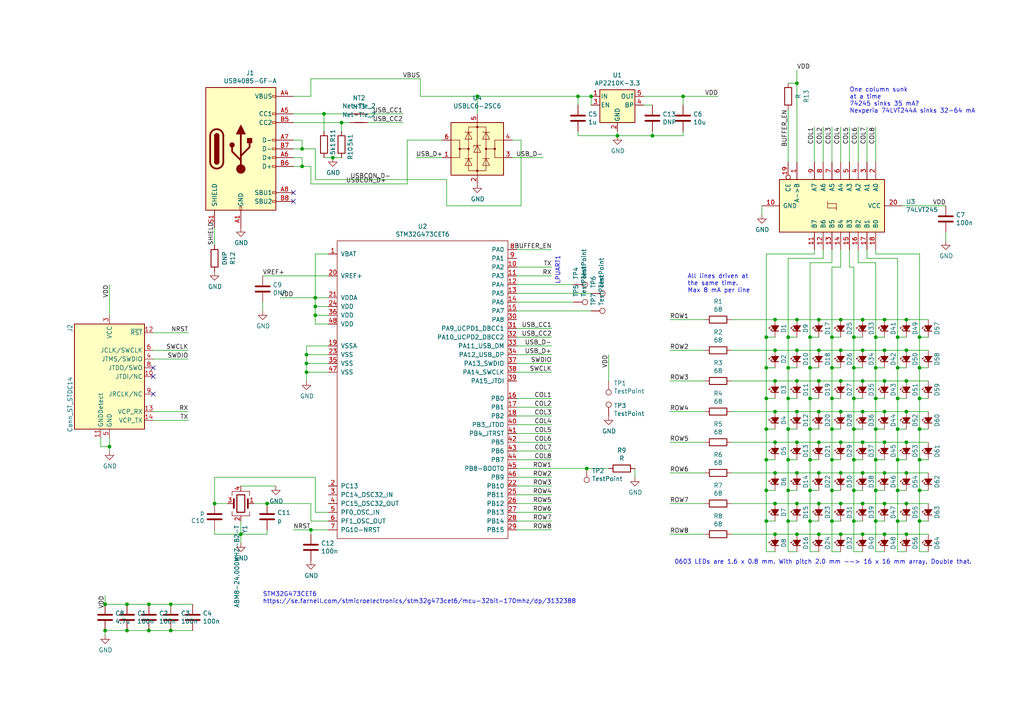
<source format=kicad_sch>
(kicad_sch (version 20230121) (generator eeschema)
  (paper "A4")
  (title_block (title "USB LED Matrix") (company "Jonas Norling"))
  (junction (at 250.19 128.27))
  (junction (at 224.79 137.16))
  (junction (at 87.63 48.26))
  (junction (at 231.14 119.38))
  (junction (at 231.14 154.94))
  (junction (at 262.89 137.16))
  (junction (at 254 151.13))
  (junction (at 36.83 175.26))
  (junction (at 224.79 146.05))
  (junction (at 171.45 27.94))
  (junction (at 247.65 133.35))
  (junction (at 260.35 124.46))
  (junction (at 237.49 146.05))
  (junction (at 228.6 133.35))
  (junction (at 241.3 97.79))
  (junction (at 231.14 101.6))
  (junction (at 243.84 101.6))
  (junction (at 224.79 92.71))
  (junction (at 231.14 24.13))
  (junction (at 237.49 92.71))
  (junction (at 260.35 142.24))
  (junction (at 237.49 137.16))
  (junction (at 256.54 137.16))
  (junction (at 262.89 146.05))
  (junction (at 222.25 133.35))
  (junction (at 138.43 27.94))
  (junction (at 266.7 133.35))
  (junction (at 266.7 124.46))
  (junction (at 254 142.24))
  (junction (at 262.89 101.6))
  (junction (at 262.89 119.38))
  (junction (at 231.14 92.71))
  (junction (at 243.84 137.16))
  (junction (at 250.19 137.16))
  (junction (at 241.3 133.35))
  (junction (at 234.95 124.46))
  (junction (at 262.89 110.49))
  (junction (at 224.79 110.49))
  (junction (at 189.23 39.37))
  (junction (at 49.53 175.26))
  (junction (at 266.7 97.79))
  (junction (at 254 97.79))
  (junction (at 234.95 97.79))
  (junction (at 224.79 119.38))
  (junction (at 170.18 135.89))
  (junction (at 250.19 101.6))
  (junction (at 228.6 115.57))
  (junction (at 231.14 128.27))
  (junction (at 243.84 92.71))
  (junction (at 30.48 175.26))
  (junction (at 241.3 142.24))
  (junction (at 243.84 128.27))
  (junction (at 256.54 119.38))
  (junction (at 243.84 146.05))
  (junction (at 62.23 146.05))
  (junction (at 250.19 154.94))
  (junction (at 231.14 110.49))
  (junction (at 250.19 119.38))
  (junction (at 260.35 97.79))
  (junction (at 247.65 151.13))
  (junction (at 224.79 154.94))
  (junction (at 88.9 105.41))
  (junction (at 222.25 115.57))
  (junction (at 250.19 110.49))
  (junction (at 254 115.57))
  (junction (at 260.35 151.13))
  (junction (at 234.95 115.57))
  (junction (at 247.65 106.68))
  (junction (at 228.6 97.79))
  (junction (at 222.25 151.13))
  (junction (at 179.07 39.37))
  (junction (at 237.49 154.94))
  (junction (at 43.18 182.88))
  (junction (at 228.6 142.24))
  (junction (at 234.95 133.35))
  (junction (at 88.9 102.87))
  (junction (at 167.64 27.94))
  (junction (at 260.35 133.35))
  (junction (at 247.65 97.79))
  (junction (at 247.65 115.57))
  (junction (at 231.14 146.05))
  (junction (at 241.3 124.46))
  (junction (at 91.44 86.36))
  (junction (at 256.54 110.49))
  (junction (at 31.75 129.54))
  (junction (at 237.49 119.38))
  (junction (at 254 124.46))
  (junction (at 237.49 128.27))
  (junction (at 43.18 175.26))
  (junction (at 228.6 106.68))
  (junction (at 241.3 115.57))
  (junction (at 96.52 45.72))
  (junction (at 237.49 101.6))
  (junction (at 231.14 137.16))
  (junction (at 260.35 106.68))
  (junction (at 91.44 91.44))
  (junction (at 266.7 142.24))
  (junction (at 262.89 128.27))
  (junction (at 266.7 106.68))
  (junction (at 237.49 110.49))
  (junction (at 93.98 33.02))
  (junction (at 243.84 110.49))
  (junction (at 69.85 154.94))
  (junction (at 250.19 92.71))
  (junction (at 87.63 43.18))
  (junction (at 266.7 151.13))
  (junction (at 247.65 142.24))
  (junction (at 234.95 142.24))
  (junction (at 222.25 124.46))
  (junction (at 36.83 182.88))
  (junction (at 256.54 92.71))
  (junction (at 256.54 128.27))
  (junction (at 224.79 101.6))
  (junction (at 256.54 146.05))
  (junction (at 99.06 35.56))
  (junction (at 266.7 115.57))
  (junction (at 241.3 106.68))
  (junction (at 88.9 107.95))
  (junction (at 234.95 151.13))
  (junction (at 262.89 154.94))
  (junction (at 260.35 115.57))
  (junction (at 30.48 182.88))
  (junction (at 222.25 97.79))
  (junction (at 243.84 154.94))
  (junction (at 228.6 151.13))
  (junction (at 228.6 124.46))
  (junction (at 224.79 128.27))
  (junction (at 250.19 146.05))
  (junction (at 262.89 92.71))
  (junction (at 77.47 146.05))
  (junction (at 247.65 124.46))
  (junction (at 254 133.35))
  (junction (at 222.25 106.68))
  (junction (at 241.3 151.13))
  (junction (at 198.12 27.94))
  (junction (at 256.54 101.6))
  (junction (at 234.95 106.68))
  (junction (at 222.25 142.24))
  (junction (at 243.84 119.38))
  (junction (at 91.44 88.9))
  (junction (at 49.53 182.88))
  (junction (at 90.17 153.67))
  (junction (at 254 106.68))
  (junction (at 256.54 154.94))
  (no_connect (at 85.09 55.88))
  (no_connect (at 85.09 58.42))
  (no_connect (at 44.45 109.22))
  (no_connect (at 44.45 106.68))
  (no_connect (at 44.45 114.3))
  (wire (pts (xy 269.24 101.6) (xy 262.89 101.6)))
  (wire (pts (xy 254 142.24) (xy 254 151.13)))
  (wire (pts (xy 149.86 120.65) (xy 160.02 120.65)))
  (wire (pts (xy 262.89 92.71) (xy 256.54 92.71)))
  (wire (pts (xy 149.86 140.97) (xy 160.02 140.97)))
  (wire (pts (xy 266.7 73.66) (xy 266.7 97.79)))
  (wire (pts (xy 231.14 146.05) (xy 237.49 146.05)))
  (wire (pts (xy 31.75 91.44) (xy 31.75 82.55)))
  (wire (pts (xy 266.7 142.24) (xy 269.24 142.24)))
  (wire (pts (xy 198.12 30.48) (xy 198.12 27.94)))
  (wire (pts (xy 85.09 40.64) (xy 87.63 40.64)))
  (wire (pts (xy 224.79 146.05) (xy 212.09 146.05)))
  (wire (pts (xy 247.65 124.46) (xy 250.19 124.46)))
  (wire (pts (xy 151.13 40.64) (xy 148.59 40.64)))
  (wire (pts (xy 256.54 101.6) (xy 250.19 101.6)))
  (wire (pts (xy 121.92 27.94) (xy 121.92 22.86)))
  (wire (pts (xy 87.63 43.18) (xy 87.63 40.64)))
  (wire (pts (xy 224.79 137.16) (xy 212.09 137.16)))
  (wire (pts (xy 95.25 91.44) (xy 91.44 91.44)))
  (wire (pts (xy 189.23 38.1) (xy 189.23 39.37)))
  (wire (pts (xy 85.09 43.18) (xy 87.63 43.18)))
  (wire (pts (xy 241.3 106.68) (xy 241.3 115.57)))
  (wire (pts (xy 95.25 88.9) (xy 91.44 88.9)))
  (wire (pts (xy 256.54 154.94) (xy 262.89 154.94)))
  (wire (pts (xy 62.23 146.05) (xy 66.04 146.05)))
  (wire (pts (xy 99.06 35.56) (xy 101.6 35.56)))
  (wire (pts (xy 85.09 45.72) (xy 87.63 45.72)))
  (wire (pts (xy 91.44 88.9) (xy 91.44 86.36)))
  (wire (pts (xy 234.95 97.79) (xy 237.49 97.79)))
  (wire (pts (xy 241.3 77.47) (xy 241.3 97.79)))
  (wire (pts (xy 260.35 160.02) (xy 262.89 160.02)))
  (wire (pts (xy 228.6 151.13) (xy 228.6 160.02)))
  (wire (pts (xy 77.47 154.94) (xy 77.47 153.67)))
  (wire (pts (xy 247.65 124.46) (xy 247.65 133.35)))
  (wire (pts (xy 250.19 92.71) (xy 256.54 92.71)))
  (wire (pts (xy 95.25 86.36) (xy 91.44 86.36)))
  (wire (pts (xy 260.35 151.13) (xy 260.35 160.02)))
  (wire (pts (xy 128.27 45.72) (xy 120.65 45.72)))
  (wire (pts (xy 148.59 45.72) (xy 157.48 45.72)))
  (wire (pts (xy 250.19 128.27) (xy 243.84 128.27)))
  (wire (pts (xy 204.47 154.94) (xy 194.31 154.94)))
  (wire (pts (xy 186.69 30.48) (xy 189.23 30.48)))
  (wire (pts (xy 129.54 52.07) (xy 129.54 59.69)))
  (wire (pts (xy 254 46.99) (xy 254 36.83)))
  (wire (pts (xy 73.66 146.05) (xy 77.47 146.05)))
  (wire (pts (xy 250.19 101.6) (xy 243.84 101.6)))
  (wire (pts (xy 266.7 160.02) (xy 269.24 160.02)))
  (wire (pts (xy 179.07 38.1) (xy 179.07 39.37)))
  (wire (pts (xy 167.64 27.94) (xy 138.43 27.94)))
  (wire (pts (xy 90.17 22.86) (xy 90.17 27.94)))
  (wire (pts (xy 234.95 124.46) (xy 234.95 133.35)))
  (wire (pts (xy 247.65 106.68) (xy 250.19 106.68)))
  (wire (pts (xy 269.24 128.27) (xy 262.89 128.27)))
  (wire (pts (xy 106.68 35.56) (xy 116.84 35.56)))
  (wire (pts (xy 224.79 119.38) (xy 212.09 119.38)))
  (wire (pts (xy 256.54 119.38) (xy 262.89 119.38)))
  (wire (pts (xy 231.14 128.27) (xy 237.49 128.27)))
  (wire (pts (xy 256.54 154.94) (xy 250.19 154.94)))
  (wire (pts (xy 91.44 138.43) (xy 62.23 138.43)))
  (wire (pts (xy 254 124.46) (xy 254 133.35)))
  (wire (pts (xy 85.09 153.67) (xy 90.17 153.67)))
  (wire (pts (xy 254 106.68) (xy 254 115.57)))
  (wire (pts (xy 228.6 74.93) (xy 238.76 74.93)))
  (wire (pts (xy 234.95 151.13) (xy 234.95 160.02)))
  (wire (pts (xy 241.3 124.46) (xy 243.84 124.46)))
  (wire (pts (xy 88.9 100.33) (xy 88.9 102.87)))
  (wire (pts (xy 247.65 160.02) (xy 250.19 160.02)))
  (wire (pts (xy 254 142.24) (xy 256.54 142.24)))
  (wire (pts (xy 243.84 77.47) (xy 243.84 72.39)))
  (wire (pts (xy 231.14 154.94) (xy 224.79 154.94)))
  (wire (pts (xy 250.19 146.05) (xy 243.84 146.05)))
  (wire (pts (xy 44.45 119.38) (xy 54.61 119.38)))
  (wire (pts (xy 231.14 137.16) (xy 237.49 137.16)))
  (wire (pts (xy 228.6 124.46) (xy 231.14 124.46)))
  (wire (pts (xy 260.35 151.13) (xy 262.89 151.13)))
  (wire (pts (xy 241.3 97.79) (xy 243.84 97.79)))
  (wire (pts (xy 149.86 115.57) (xy 160.02 115.57)))
  (wire (pts (xy 204.47 128.27) (xy 194.31 128.27)))
  (wire (pts (xy 149.86 100.33) (xy 160.02 100.33)))
  (wire (pts (xy 241.3 46.99) (xy 241.3 36.83)))
  (wire (pts (xy 266.7 133.35) (xy 269.24 133.35)))
  (wire (pts (xy 149.86 148.59) (xy 160.02 148.59)))
  (wire (pts (xy 149.86 72.39) (xy 160.02 72.39)))
  (wire (pts (xy 91.44 91.44) (xy 91.44 88.9)))
  (wire (pts (xy 228.6 74.93) (xy 228.6 97.79)))
  (wire (pts (xy 43.18 175.26) (xy 49.53 175.26)))
  (wire (pts (xy 241.3 124.46) (xy 241.3 133.35)))
  (wire (pts (xy 231.14 146.05) (xy 224.79 146.05)))
  (wire (pts (xy 91.44 86.36) (xy 91.44 73.66)))
  (wire (pts (xy 247.65 151.13) (xy 247.65 160.02)))
  (wire (pts (xy 220.98 59.69) (xy 220.98 62.23)))
  (wire (pts (xy 241.3 142.24) (xy 241.3 151.13)))
  (wire (pts (xy 90.17 151.13) (xy 90.17 146.05)))
  (wire (pts (xy 247.65 142.24) (xy 250.19 142.24)))
  (wire (pts (xy 44.45 104.14) (xy 54.61 104.14)))
  (wire (pts (xy 238.76 46.99) (xy 238.76 36.83)))
  (wire (pts (xy 29.21 127) (xy 29.21 129.54)))
  (wire (pts (xy 231.14 128.27) (xy 224.79 128.27)))
  (wire (pts (xy 256.54 137.16) (xy 250.19 137.16)))
  (wire (pts (xy 266.7 142.24) (xy 266.7 151.13)))
  (wire (pts (xy 222.25 124.46) (xy 224.79 124.46)))
  (wire (pts (xy 228.6 142.24) (xy 228.6 151.13)))
  (wire (pts (xy 236.22 46.99) (xy 236.22 36.83)))
  (wire (pts (xy 228.6 160.02) (xy 231.14 160.02)))
  (wire (pts (xy 224.79 110.49) (xy 212.09 110.49)))
  (wire (pts (xy 231.14 20.32) (xy 231.14 24.13)))
  (wire (pts (xy 234.95 133.35) (xy 234.95 142.24)))
  (wire (pts (xy 90.17 146.05) (xy 77.47 146.05)))
  (wire (pts (xy 91.44 148.59) (xy 95.25 148.59)))
  (wire (pts (xy 250.19 154.94) (xy 243.84 154.94)))
  (wire (pts (xy 204.47 146.05) (xy 194.31 146.05)))
  (wire (pts (xy 254 133.35) (xy 256.54 133.35)))
  (wire (pts (xy 149.86 90.17) (xy 171.45 90.17)))
  (wire (pts (xy 149.86 105.41) (xy 160.02 105.41)))
  (wire (pts (xy 44.45 101.6) (xy 54.61 101.6)))
  (wire (pts (xy 247.65 142.24) (xy 247.65 151.13)))
  (wire (pts (xy 243.84 154.94) (xy 237.49 154.94)))
  (wire (pts (xy 234.95 151.13) (xy 237.49 151.13)))
  (wire (pts (xy 69.85 154.94) (xy 77.47 154.94)))
  (wire (pts (xy 228.6 97.79) (xy 228.6 106.68)))
  (wire (pts (xy 241.3 151.13) (xy 243.84 151.13)))
  (wire (pts (xy 234.95 142.24) (xy 234.95 151.13)))
  (wire (pts (xy 149.86 95.25) (xy 160.02 95.25)))
  (wire (pts (xy 231.14 92.71) (xy 237.49 92.71)))
  (wire (pts (xy 91.44 86.36) (xy 81.28 86.36)))
  (wire (pts (xy 266.7 133.35) (xy 266.7 142.24)))
  (wire (pts (xy 29.21 129.54) (xy 31.75 129.54)))
  (wire (pts (xy 247.65 133.35) (xy 247.65 142.24)))
  (wire (pts (xy 260.35 142.24) (xy 260.35 151.13)))
  (wire (pts (xy 266.7 97.79) (xy 269.24 97.79)))
  (wire (pts (xy 90.17 53.34) (xy 118.11 53.34)))
  (wire (pts (xy 234.95 115.57) (xy 234.95 124.46)))
  (wire (pts (xy 250.19 92.71) (xy 243.84 92.71)))
  (wire (pts (xy 87.63 45.72) (xy 87.63 48.26)))
  (wire (pts (xy 234.95 115.57) (xy 237.49 115.57)))
  (wire (pts (xy 256.54 110.49) (xy 262.89 110.49)))
  (wire (pts (xy 149.86 146.05) (xy 160.02 146.05)))
  (wire (pts (xy 95.25 102.87) (xy 88.9 102.87)))
  (wire (pts (xy 95.25 100.33) (xy 88.9 100.33)))
  (wire (pts (xy 228.6 133.35) (xy 228.6 142.24)))
  (wire (pts (xy 256.54 101.6) (xy 262.89 101.6)))
  (wire (pts (xy 186.69 27.94) (xy 198.12 27.94)))
  (wire (pts (xy 121.92 22.86) (xy 90.17 22.86)))
  (wire (pts (xy 251.46 74.93) (xy 251.46 72.39)))
  (wire (pts (xy 247.65 115.57) (xy 247.65 124.46)))
  (wire (pts (xy 269.24 119.38) (xy 262.89 119.38)))
  (wire (pts (xy 241.3 133.35) (xy 243.84 133.35)))
  (wire (pts (xy 87.63 48.26) (xy 90.17 48.26)))
  (wire (pts (xy 254 124.46) (xy 256.54 124.46)))
  (wire (pts (xy 231.14 110.49) (xy 237.49 110.49)))
  (wire (pts (xy 243.84 110.49) (xy 237.49 110.49)))
  (wire (pts (xy 231.14 154.94) (xy 237.49 154.94)))
  (wire (pts (xy 85.09 35.56) (xy 99.06 35.56)))
  (wire (pts (xy 149.86 87.63) (xy 166.37 87.63)))
  (wire (pts (xy 266.7 115.57) (xy 266.7 124.46)))
  (wire (pts (xy 260.35 124.46) (xy 262.89 124.46)))
  (wire (pts (xy 118.11 53.34) (xy 118.11 40.64)))
  (wire (pts (xy 167.64 27.94) (xy 171.45 27.94)))
  (wire (pts (xy 95.25 105.41) (xy 88.9 105.41)))
  (wire (pts (xy 254 76.2) (xy 248.92 76.2)))
  (wire (pts (xy 260.35 133.35) (xy 262.89 133.35)))
  (wire (pts (xy 260.35 115.57) (xy 260.35 124.46)))
  (wire (pts (xy 149.86 85.09) (xy 171.45 85.09)))
  (wire (pts (xy 234.95 97.79) (xy 234.95 106.68)))
  (wire (pts (xy 76.2 87.63) (xy 76.2 90.17)))
  (wire (pts (xy 266.7 124.46) (xy 266.7 133.35)))
  (wire (pts (xy 266.7 97.79) (xy 266.7 106.68)))
  (wire (pts (xy 129.54 59.69) (xy 151.13 59.69)))
  (wire (pts (xy 260.35 124.46) (xy 260.35 133.35)))
  (wire (pts (xy 91.44 73.66) (xy 95.25 73.66)))
  (wire (pts (xy 149.86 82.55) (xy 166.37 82.55)))
  (wire (pts (xy 149.86 118.11) (xy 160.02 118.11)))
  (wire (pts (xy 241.3 97.79) (xy 241.3 106.68)))
  (wire (pts (xy 149.86 153.67) (xy 160.02 153.67)))
  (wire (pts (xy 250.19 110.49) (xy 243.84 110.49)))
  (wire (pts (xy 31.75 129.54) (xy 31.75 130.81)))
  (wire (pts (xy 149.86 123.19) (xy 160.02 123.19)))
  (wire (pts (xy 36.83 182.88) (xy 30.48 182.88)))
  (wire (pts (xy 36.83 175.26) (xy 43.18 175.26)))
  (wire (pts (xy 62.23 153.67) (xy 62.23 154.94)))
  (wire (pts (xy 228.6 151.13) (xy 231.14 151.13)))
  (wire (pts (xy 224.79 92.71) (xy 212.09 92.71)))
  (wire (pts (xy 224.79 128.27) (xy 212.09 128.27)))
  (wire (pts (xy 95.25 151.13) (xy 90.17 151.13)))
  (wire (pts (xy 228.6 24.13) (xy 231.14 24.13)))
  (wire (pts (xy 254 160.02) (xy 256.54 160.02)))
  (wire (pts (xy 243.84 119.38) (xy 237.49 119.38)))
  (wire (pts (xy 87.63 43.18) (xy 91.44 43.18)))
  (wire (pts (xy 99.06 38.1) (xy 99.06 35.56)))
  (wire (pts (xy 247.65 97.79) (xy 247.65 106.68)))
  (wire (pts (xy 247.65 77.47) (xy 246.38 77.47)))
  (wire (pts (xy 93.98 33.02) (xy 101.6 33.02)))
  (wire (pts (xy 69.85 154.94) (xy 69.85 151.13)))
  (wire (pts (xy 243.84 92.71) (xy 237.49 92.71)))
  (wire (pts (xy 256.54 137.16) (xy 262.89 137.16)))
  (wire (pts (xy 228.6 142.24) (xy 231.14 142.24)))
  (wire (pts (xy 256.54 128.27) (xy 250.19 128.27)))
  (wire (pts (xy 222.25 106.68) (xy 224.79 106.68)))
  (wire (pts (xy 179.07 39.37) (xy 189.23 39.37)))
  (wire (pts (xy 222.25 97.79) (xy 222.25 106.68)))
  (wire (pts (xy 222.25 115.57) (xy 222.25 124.46)))
  (wire (pts (xy 254 133.35) (xy 254 142.24)))
  (wire (pts (xy 222.25 151.13) (xy 224.79 151.13)))
  (wire (pts (xy 228.6 115.57) (xy 228.6 124.46)))
  (wire (pts (xy 85.09 33.02) (xy 93.98 33.02)))
  (wire (pts (xy 88.9 102.87) (xy 88.9 105.41)))
  (wire (pts (xy 222.25 106.68) (xy 222.25 115.57)))
  (wire (pts (xy 31.75 127) (xy 31.75 129.54)))
  (wire (pts (xy 176.53 110.49) (xy 176.53 102.87)))
  (wire (pts (xy 274.32 67.31) (xy 274.32 69.85)))
  (wire (pts (xy 198.12 38.1) (xy 198.12 39.37)))
  (wire (pts (xy 247.65 133.35) (xy 250.19 133.35)))
  (wire (pts (xy 49.53 175.26) (xy 55.88 175.26)))
  (wire (pts (xy 248.92 46.99) (xy 248.92 36.83)))
  (wire (pts (xy 261.62 59.69) (xy 274.32 59.69)))
  (wire (pts (xy 254 76.2) (xy 254 97.79)))
  (wire (pts (xy 250.19 137.16) (xy 243.84 137.16)))
  (wire (pts (xy 194.31 137.16) (xy 204.47 137.16)))
  (wire (pts (xy 93.98 45.72) (xy 96.52 45.72)))
  (wire (pts (xy 266.7 124.46) (xy 269.24 124.46)))
  (wire (pts (xy 241.3 77.47) (xy 243.84 77.47)))
  (wire (pts (xy 224.79 154.94) (xy 212.09 154.94)))
  (wire (pts (xy 55.88 182.88) (xy 49.53 182.88)))
  (wire (pts (xy 254 151.13) (xy 256.54 151.13)))
  (wire (pts (xy 224.79 92.71) (xy 231.14 92.71)))
  (wire (pts (xy 254 73.66) (xy 254 72.39)))
  (wire (pts (xy 231.14 119.38) (xy 224.79 119.38)))
  (wire (pts (xy 167.64 39.37) (xy 179.07 39.37)))
  (wire (pts (xy 254 115.57) (xy 254 124.46)))
  (wire (pts (xy 228.6 133.35) (xy 231.14 133.35)))
  (wire (pts (xy 231.14 119.38) (xy 237.49 119.38)))
  (wire (pts (xy 222.25 73.66) (xy 236.22 73.66)))
  (wire (pts (xy 238.76 74.93) (xy 238.76 72.39)))
  (wire (pts (xy 266.7 106.68) (xy 266.7 115.57)))
  (wire (pts (xy 260.35 74.93) (xy 260.35 97.79)))
  (wire (pts (xy 228.6 124.46) (xy 228.6 133.35)))
  (wire (pts (xy 43.18 182.88) (xy 49.53 182.88)))
  (wire (pts (xy 241.3 76.2) (xy 241.3 72.39)))
  (wire (pts (xy 138.43 27.94) (xy 138.43 33.02)))
  (wire (pts (xy 243.84 128.27) (xy 237.49 128.27)))
  (wire (pts (xy 260.35 106.68) (xy 262.89 106.68)))
  (wire (pts (xy 149.86 77.47) (xy 160.02 77.47)))
  (wire (pts (xy 254 115.57) (xy 256.54 115.57)))
  (wire (pts (xy 149.86 133.35) (xy 160.02 133.35)))
  (wire (pts (xy 234.95 106.68) (xy 234.95 115.57)))
  (wire (pts (xy 256.54 128.27) (xy 262.89 128.27)))
  (wire (pts (xy 231.14 24.13) (xy 231.14 46.99)))
  (wire (pts (xy 96.52 45.72) (xy 99.06 45.72)))
  (wire (pts (xy 247.65 77.47) (xy 247.65 97.79)))
  (wire (pts (xy 149.86 97.79) (xy 160.02 97.79)))
  (wire (pts (xy 247.65 106.68) (xy 247.65 115.57)))
  (wire (pts (xy 91.44 43.18) (xy 91.44 52.07)))
  (wire (pts (xy 224.79 101.6) (xy 212.09 101.6)))
  (wire (pts (xy 243.84 101.6) (xy 237.49 101.6)))
  (wire (pts (xy 234.95 76.2) (xy 241.3 76.2)))
  (wire (pts (xy 228.6 115.57) (xy 231.14 115.57)))
  (wire (pts (xy 247.65 115.57) (xy 250.19 115.57)))
  (wire (pts (xy 222.25 142.24) (xy 224.79 142.24)))
  (wire (pts (xy 269.24 110.49) (xy 262.89 110.49)))
  (wire (pts (xy 241.3 142.24) (xy 243.84 142.24)))
  (wire (pts (xy 222.25 160.02) (xy 224.79 160.02)))
  (wire (pts (xy 248.92 76.2) (xy 248.92 72.39)))
  (wire (pts (xy 95.25 107.95) (xy 88.9 107.95)))
  (wire (pts (xy 241.3 115.57) (xy 241.3 124.46)))
  (wire (pts (xy 222.25 151.13) (xy 222.25 160.02)))
  (wire (pts (xy 149.86 130.81) (xy 160.02 130.81)))
  (wire (pts (xy 269.24 137.16) (xy 262.89 137.16)))
  (wire (pts (xy 231.14 101.6) (xy 224.79 101.6)))
  (wire (pts (xy 250.19 119.38) (xy 243.84 119.38)))
  (wire (pts (xy 256.54 119.38) (xy 250.19 119.38)))
  (wire (pts (xy 234.95 106.68) (xy 237.49 106.68)))
  (wire (pts (xy 90.17 153.67) (xy 95.25 153.67)))
  (wire (pts (xy 204.47 110.49) (xy 194.31 110.49)))
  (wire (pts (xy 228.6 31.75) (xy 228.6 46.99)))
  (wire (pts (xy 167.64 38.1) (xy 167.64 39.37)))
  (wire (pts (xy 256.54 110.49) (xy 250.19 110.49)))
  (wire (pts (xy 241.3 151.13) (xy 241.3 160.02)))
  (wire (pts (xy 189.23 39.37) (xy 198.12 39.37)))
  (wire (pts (xy 260.35 97.79) (xy 262.89 97.79)))
  (wire (pts (xy 241.3 133.35) (xy 241.3 142.24)))
  (wire (pts (xy 269.24 146.05) (xy 262.89 146.05)))
  (wire (pts (xy 204.47 119.38) (xy 194.31 119.38)))
  (wire (pts (xy 222.25 115.57) (xy 224.79 115.57)))
  (wire (pts (xy 95.25 93.98) (xy 91.44 93.98)))
  (wire (pts (xy 260.35 142.24) (xy 262.89 142.24)))
  (wire (pts (xy 256.54 146.05) (xy 262.89 146.05)))
  (wire (pts (xy 266.7 115.57) (xy 269.24 115.57)))
  (wire (pts (xy 234.95 142.24) (xy 237.49 142.24)))
  (wire (pts (xy 222.25 73.66) (xy 222.25 97.79)))
  (wire (pts (xy 241.3 160.02) (xy 243.84 160.02)))
  (wire (pts (xy 149.86 107.95) (xy 160.02 107.95)))
  (wire (pts (xy 222.25 133.35) (xy 224.79 133.35)))
  (wire (pts (xy 228.6 106.68) (xy 228.6 115.57)))
  (wire (pts (xy 149.86 138.43) (xy 160.02 138.43)))
  (wire (pts (xy 254 97.79) (xy 254 106.68)))
  (wire (pts (xy 44.45 121.92) (xy 54.61 121.92)))
  (wire (pts (xy 243.84 46.99) (xy 243.84 36.83)))
  (wire (pts (xy 241.3 106.68) (xy 243.84 106.68)))
  (wire (pts (xy 30.48 182.88) (xy 30.48 184.15)))
  (wire (pts (xy 243.84 137.16) (xy 237.49 137.16)))
  (wire (pts (xy 149.86 102.87) (xy 160.02 102.87)))
  (wire (pts (xy 149.86 125.73) (xy 160.02 125.73)))
  (wire (pts (xy 260.35 133.35) (xy 260.35 142.24)))
  (wire (pts (xy 260.35 74.93) (xy 251.46 74.93)))
  (wire (pts (xy 241.3 115.57) (xy 243.84 115.57)))
  (wire (pts (xy 222.25 142.24) (xy 222.25 151.13)))
  (wire (pts (xy 269.24 92.71) (xy 262.89 92.71)))
  (wire (pts (xy 266.7 151.13) (xy 266.7 160.02)))
  (wire (pts (xy 91.44 148.59) (xy 91.44 138.43)))
  (wire (pts (xy 90.17 48.26) (xy 90.17 53.34)))
  (wire (pts (xy 231.14 101.6) (xy 237.49 101.6)))
  (wire (pts (xy 228.6 97.79) (xy 231.14 97.79)))
  (wire (pts (xy 204.47 92.71) (xy 194.31 92.71)))
  (wire (pts (xy 251.46 46.99) (xy 251.46 36.83)))
  (wire (pts (xy 88.9 105.41) (xy 88.9 107.95)))
  (wire (pts (xy 222.25 133.35) (xy 222.25 142.24)))
  (wire (pts (xy 184.15 135.89) (xy 184.15 138.43)))
  (wire (pts (xy 80.01 140.97) (xy 69.85 140.97)))
  (wire (pts (xy 167.64 30.48) (xy 167.64 27.94)))
  (wire (pts (xy 254 106.68) (xy 256.54 106.68)))
  (wire (pts (xy 149.86 151.13) (xy 160.02 151.13)))
  (wire (pts (xy 254 151.13) (xy 254 160.02)))
  (wire (pts (xy 228.6 106.68) (xy 231.14 106.68)))
  (wire (pts (xy 247.65 97.79) (xy 250.19 97.79)))
  (wire (pts (xy 234.95 76.2) (xy 234.95 97.79)))
  (wire (pts (xy 234.95 160.02) (xy 237.49 160.02)))
  (wire (pts (xy 222.25 97.79) (xy 224.79 97.79)))
  (wire (pts (xy 231.14 110.49) (xy 224.79 110.49)))
  (wire (pts (xy 151.13 59.69) (xy 151.13 40.64)))
  (wire (pts (xy 88.9 107.95) (xy 88.9 110.49)))
  (wire (pts (xy 246.38 46.99) (xy 246.38 36.83)))
  (wire (pts (xy 62.23 138.43) (xy 62.23 146.05)))
  (wire (pts (xy 149.86 128.27) (xy 160.02 128.27)))
  (wire (pts (xy 260.35 106.68) (xy 260.35 115.57)))
  (wire (pts (xy 266.7 106.68) (xy 269.24 106.68)))
  (wire (pts (xy 91.44 52.07) (xy 129.54 52.07)))
  (wire (pts (xy 269.24 154.94) (xy 262.89 154.94)))
  (wire (pts (xy 256.54 146.05) (xy 250.19 146.05)))
  (wire (pts (xy 149.86 135.89) (xy 170.18 135.89)))
  (wire (pts (xy 91.44 93.98) (xy 91.44 91.44)))
  (wire (pts (xy 69.85 157.48) (xy 69.85 154.94)))
  (wire (pts (xy 54.61 96.52) (xy 44.45 96.52)))
  (wire (pts (xy 170.18 135.89) (xy 176.53 135.89)))
  (wire (pts (xy 266.7 151.13) (xy 269.24 151.13)))
  (wire (pts (xy 62.23 154.94) (xy 69.85 154.94)))
  (wire (pts (xy 260.35 115.57) (xy 262.89 115.57)))
  (wire (pts (xy 236.22 73.66) (xy 236.22 72.39)))
  (wire (pts (xy 118.11 40.64) (xy 128.27 40.64)))
  (wire (pts (xy 234.95 133.35) (xy 237.49 133.35)))
  (wire (pts (xy 93.98 38.1) (xy 93.98 33.02)))
  (wire (pts (xy 198.12 27.94) (xy 208.28 27.94)))
  (wire (pts (xy 62.23 66.04) (xy 62.23 71.12)))
  (wire (pts (xy 246.38 77.47) (xy 246.38 72.39)))
  (wire (pts (xy 171.45 30.48) (xy 171.45 27.94)))
  (wire (pts (xy 254 97.79) (xy 256.54 97.79)))
  (wire (pts (xy 231.14 137.16) (xy 224.79 137.16)))
  (wire (pts (xy 87.63 48.26) (xy 85.09 48.26)))
  (wire (pts (xy 222.25 124.46) (xy 222.25 133.35)))
  (wire (pts (xy 90.17 154.94) (xy 90.17 153.67)))
  (wire (pts (xy 204.47 101.6) (xy 194.31 101.6)))
  (wire (pts (xy 30.48 175.26) (xy 30.48 172.72)))
  (wire (pts (xy 106.68 33.02) (xy 116.84 33.02)))
  (wire (pts (xy 260.35 97.79) (xy 260.35 106.68)))
  (wire (pts (xy 149.86 80.01) (xy 160.02 80.01)))
  (wire (pts (xy 234.95 124.46) (xy 237.49 124.46)))
  (wire (pts (xy 76.2 80.01) (xy 95.25 80.01)))
  (wire (pts (xy 121.92 27.94) (xy 138.43 27.94)))
  (wire (pts (xy 243.84 146.05) (xy 237.49 146.05)))
  (wire (pts (xy 90.17 27.94) (xy 85.09 27.94)))
  (wire (pts (xy 43.18 182.88) (xy 36.83 182.88)))
  (wire (pts (xy 266.7 73.66) (xy 254 73.66)))
  (wire (pts (xy 247.65 151.13) (xy 250.19 151.13)))
  (wire (pts (xy 149.86 143.51) (xy 160.02 143.51)))
  (wire (pts (xy 30.48 175.26) (xy 36.83 175.26)))
  (text "LPUART1" (at 162.56 82.55 90) (effects (font (size 1.27 1.27)) (justify left bottom)))
  (text "All lines driven at\nthe same time.\nMax 8 mA per line" (at 199.39 85.09 0) (effects (font (size 1.27 1.27)) (justify left bottom)))
  (text "One column sunk\nat a time\n74245 sinks 35 mA?\nNexperia 74LVT244A sinks 32-64 mA" (at 246.38 33.02 0) (effects (font (size 1.27 1.27)) (justify left bottom)))
  (text "0603 LEDs are 1.6 x 0.8 mm. With pitch 2.0 mm --> 16 x 16 mm array. Double that." (at 195.58 163.83 0) (effects (font (size 1.27 1.27)) (justify left bottom)))
  (text "STM32G473CET6\nhttps://se.farnell.com/stmicroelectronics/stm32g473cet6/mcu-32bit-170mhz/dp/3132388" (at 76.2 175.26 0) (effects (font (size 1.27 1.27)) (justify left bottom)))
  (label "ROW7" (at 160.02 151.13 180))
  (label "RX" (at 54.61 119.38 180))
  (label "ROW1" (at 160.02 135.89 180))
  (label "COL4" (at 243.84 36.83 270))
  (label "VDD" (at 231.14 20.32 0))
  (label "USB_D-" (at 157.48 45.72 180))
  (label "ROW4" (at 160.02 143.51 180))
  (label "ROW5" (at 194.31 128.27 0))
  (label "ROW6" (at 194.31 137.16 0))
  (label "COL2" (at 160.02 118.11 180))
  (label "COL7" (at 251.46 36.83 270))
  (label "COL1" (at 160.02 115.57 180))
  (label "ROW4" (at 194.31 119.38 0))
  (label "VDD" (at 30.48 172.72 270))
  (label "NRST" (at 85.09 153.67 0))
  (label "BUFFER_EN" (at 228.6 31.75 270))
  (label "VDD" (at 31.75 82.55 270))
  (label "COL6" (at 248.92 36.83 270))
  (label "COL8" (at 254 36.83 270))
  (label "COL4" (at 160.02 123.19 180))
  (label "COL5" (at 160.02 125.73 180))
  (label "ROW2" (at 160.02 138.43 180))
  (label "USB_CC2" (at 116.84 35.56 180))
  (label "VDD" (at 270.51 59.69 0))
  (label "COL8" (at 160.02 133.35 180))
  (label "ROW3" (at 160.02 140.97 180))
  (label "VDD" (at 176.53 102.87 270))
  (label "TX" (at 54.61 121.92 180))
  (label "SWDIO" (at 54.61 104.14 180))
  (label "SWDIO" (at 160.02 105.41 180))
  (label "COL3" (at 160.02 120.65 180))
  (label "USB_D-" (at 160.02 100.33 180))
  (label "SWCLK" (at 54.61 101.6 180))
  (label "COL2" (at 238.76 36.83 270))
  (label "VREF+" (at 76.2 80.01 0))
  (label "VDD" (at 208.28 27.94 180))
  (label "COL3" (at 241.3 36.83 270))
  (label "ROW8" (at 194.31 154.94 0))
  (label "USB_D+" (at 120.65 45.72 0))
  (label "COL7" (at 160.02 130.81 180))
  (label "NRST" (at 54.61 96.52 180))
  (label "ROW3" (at 194.31 110.49 0))
  (label "USB_CC1" (at 160.02 95.25 180))
  (label "USBCON_D-" (at 101.6 52.07 0))
  (label "USB_D+" (at 160.02 102.87 180))
  (label "RX" (at 160.02 80.01 180))
  (label "COL5" (at 246.38 36.83 270))
  (label "TX" (at 160.02 77.47 180))
  (label "USB_CC2" (at 160.02 97.79 180))
  (label "ROW8" (at 160.02 153.67 180))
  (label "ROW2" (at 194.31 101.6 0))
  (label "VDD" (at 81.28 86.36 0))
  (label "VBUS" (at 121.92 22.86 180))
  (label "SHIELD" (at 62.23 71.12 90))
  (label "COL6" (at 160.02 128.27 180))
  (label "SWCLK" (at 160.02 107.95 180))
  (label "USBCON_D+" (at 100.33 53.34 0))
  (label "ROW7" (at 194.31 146.05 0))
  (label "ROW5" (at 160.02 146.05 180))
  (label "ROW6" (at 160.02 148.59 180))
  (label "COL1" (at 236.22 36.83 270))
  (label "ROW1" (at 194.31 92.71 0))
  (label "USB_CC1" (at 116.84 33.02 180))
  (label "BUFFER_EN" (at 160.02 72.39 180))
  (symbol (lib_id "usb-led-matrix-rescue:LED_Small_ALT-Device") (at 224.79 95.25 90) (unit 1)
    (property "Reference" "D1" (at 227.33 95.25 0))
    (property "Value" "LED_Small_ALT" (effects hide))
    (property "Footprint" "LED_SMD:LED_0603_1608Metric" (effects hide))
  )
  (symbol (lib_id "usb-led-matrix-rescue:LED_Small_ALT-Device") (at 231.14 95.25 90) (unit 1)
    (property "Reference" "D9" (at 233.68 95.25 0))
    (property "Value" "LED_Small_ALT" (effects hide))
    (property "Footprint" "LED_SMD:LED_0603_1608Metric" (effects hide))
  )
  (symbol (lib_id "usb-led-matrix-rescue:LED_Small_ALT-Device") (at 237.49 95.25 90) (unit 1)
    (property "Reference" "D17" (at 240.03 95.25 0))
    (property "Value" "LED_Small_ALT" (effects hide))
    (property "Footprint" "LED_SMD:LED_0603_1608Metric" (effects hide))
  )
  (symbol (lib_id "usb-led-matrix-rescue:LED_Small_ALT-Device") (at 243.84 95.25 90) (unit 1)
    (property "Reference" "D25" (at 246.38 95.25 0))
    (property "Value" "LED_Small_ALT" (effects hide))
    (property "Footprint" "LED_SMD:LED_0603_1608Metric" (effects hide))
  )
  (symbol (lib_id "usb-led-matrix-rescue:LED_Small_ALT-Device") (at 250.19 95.25 90) (unit 1)
    (property "Reference" "D33" (at 252.73 95.25 0))
    (property "Value" "LED_Small_ALT" (effects hide))
    (property "Footprint" "LED_SMD:LED_0603_1608Metric" (effects hide))
  )
  (symbol (lib_id "usb-led-matrix-rescue:LED_Small_ALT-Device") (at 256.54 95.25 90) (unit 1)
    (property "Reference" "D41" (at 259.08 95.25 0))
    (property "Value" "LED_Small_ALT" (effects hide))
    (property "Footprint" "LED_SMD:LED_0603_1608Metric" (effects hide))
  )
  (symbol (lib_id "usb-led-matrix-rescue:LED_Small_ALT-Device") (at 262.89 95.25 90) (unit 1)
    (property "Reference" "D49" (at 265.43 95.25 0))
    (property "Value" "LED_Small_ALT" (effects hide))
    (property "Footprint" "LED_SMD:LED_0603_1608Metric" (effects hide))
  )
  (symbol (lib_id "usb-led-matrix-rescue:LED_Small_ALT-Device") (at 269.24 95.25 90) (unit 1)
    (property "Reference" "D57" (at 271.78 95.25 0))
    (property "Value" "LED_Small_ALT" (effects hide))
    (property "Footprint" "LED_SMD:LED_0603_1608Metric" (effects hide))
  )
  (symbol (lib_id "usb-led-matrix-rescue:LED_Small_ALT-Device") (at 224.79 104.14 90) (unit 1)
    (property "Reference" "D2" (at 227.33 104.14 0))
    (property "Value" "LED_Small_ALT" (effects hide))
    (property "Footprint" "LED_SMD:LED_0603_1608Metric" (effects hide))
  )
  (symbol (lib_id "usb-led-matrix-rescue:LED_Small_ALT-Device") (at 231.14 104.14 90) (unit 1)
    (property "Reference" "D10" (at 233.68 104.14 0))
    (property "Value" "LED_Small_ALT" (effects hide))
    (property "Footprint" "LED_SMD:LED_0603_1608Metric" (effects hide))
  )
  (symbol (lib_id "usb-led-matrix-rescue:LED_Small_ALT-Device") (at 237.49 104.14 90) (unit 1)
    (property "Reference" "D18" (at 240.03 104.14 0))
    (property "Value" "LED_Small_ALT" (effects hide))
    (property "Footprint" "LED_SMD:LED_0603_1608Metric" (effects hide))
  )
  (symbol (lib_id "usb-led-matrix-rescue:LED_Small_ALT-Device") (at 243.84 104.14 90) (unit 1)
    (property "Reference" "D26" (at 246.38 104.14 0))
    (property "Value" "LED_Small_ALT" (effects hide))
    (property "Footprint" "LED_SMD:LED_0603_1608Metric" (effects hide))
  )
  (symbol (lib_id "usb-led-matrix-rescue:LED_Small_ALT-Device") (at 250.19 104.14 90) (unit 1)
    (property "Reference" "D34" (at 252.73 104.14 0))
    (property "Value" "LED_Small_ALT" (effects hide))
    (property "Footprint" "LED_SMD:LED_0603_1608Metric" (effects hide))
  )
  (symbol (lib_id "usb-led-matrix-rescue:LED_Small_ALT-Device") (at 256.54 104.14 90) (unit 1)
    (property "Reference" "D42" (at 259.08 104.14 0))
    (property "Value" "LED_Small_ALT" (effects hide))
    (property "Footprint" "LED_SMD:LED_0603_1608Metric" (effects hide))
  )
  (symbol (lib_id "usb-led-matrix-rescue:LED_Small_ALT-Device") (at 262.89 104.14 90) (unit 1)
    (property "Reference" "D50" (at 265.43 104.14 0))
    (property "Value" "LED_Small_ALT" (effects hide))
    (property "Footprint" "LED_SMD:LED_0603_1608Metric" (effects hide))
  )
  (symbol (lib_id "usb-led-matrix-rescue:LED_Small_ALT-Device") (at 269.24 104.14 90) (unit 1)
    (property "Reference" "D58" (at 271.78 104.14 0))
    (property "Value" "LED_Small_ALT" (effects hide))
    (property "Footprint" "LED_SMD:LED_0603_1608Metric" (effects hide))
  )
  (symbol (lib_id "usb-led-matrix-rescue:LED_Small_ALT-Device") (at 224.79 113.03 90) (unit 1)
    (property "Reference" "D3" (at 227.33 113.03 0))
    (property "Value" "LED_Small_ALT" (effects hide))
    (property "Footprint" "LED_SMD:LED_0603_1608Metric" (effects hide))
  )
  (symbol (lib_id "usb-led-matrix-rescue:LED_Small_ALT-Device") (at 231.14 113.03 90) (unit 1)
    (property "Reference" "D11" (at 233.68 113.03 0))
    (property "Value" "LED_Small_ALT" (effects hide))
    (property "Footprint" "LED_SMD:LED_0603_1608Metric" (effects hide))
  )
  (symbol (lib_id "usb-led-matrix-rescue:LED_Small_ALT-Device") (at 237.49 113.03 90) (unit 1)
    (property "Reference" "D19" (at 240.03 113.03 0))
    (property "Value" "LED_Small_ALT" (effects hide))
    (property "Footprint" "LED_SMD:LED_0603_1608Metric" (effects hide))
  )
  (symbol (lib_id "usb-led-matrix-rescue:LED_Small_ALT-Device") (at 243.84 113.03 90) (unit 1)
    (property "Reference" "D27" (at 246.38 113.03 0))
    (property "Value" "LED_Small_ALT" (effects hide))
    (property "Footprint" "LED_SMD:LED_0603_1608Metric" (effects hide))
  )
  (symbol (lib_id "usb-led-matrix-rescue:LED_Small_ALT-Device") (at 250.19 113.03 90) (unit 1)
    (property "Reference" "D35" (at 252.73 113.03 0))
    (property "Value" "LED_Small_ALT" (effects hide))
    (property "Footprint" "LED_SMD:LED_0603_1608Metric" (effects hide))
  )
  (symbol (lib_id "usb-led-matrix-rescue:LED_Small_ALT-Device") (at 256.54 113.03 90) (unit 1)
    (property "Reference" "D43" (at 259.08 113.03 0))
    (property "Value" "LED_Small_ALT" (effects hide))
    (property "Footprint" "LED_SMD:LED_0603_1608Metric" (effects hide))
  )
  (symbol (lib_id "usb-led-matrix-rescue:LED_Small_ALT-Device") (at 262.89 113.03 90) (unit 1)
    (property "Reference" "D51" (at 265.43 113.03 0))
    (property "Value" "LED_Small_ALT" (effects hide))
    (property "Footprint" "LED_SMD:LED_0603_1608Metric" (effects hide))
  )
  (symbol (lib_id "usb-led-matrix-rescue:LED_Small_ALT-Device") (at 269.24 113.03 90) (unit 1)
    (property "Reference" "D59" (at 271.78 113.03 0))
    (property "Value" "LED_Small_ALT" (effects hide))
    (property "Footprint" "LED_SMD:LED_0603_1608Metric" (effects hide))
  )
  (symbol (lib_id "usb-led-matrix-rescue:LED_Small_ALT-Device") (at 224.79 121.92 90) (unit 1)
    (property "Reference" "D4" (at 227.33 121.92 0))
    (property "Value" "LED_Small_ALT" (effects hide))
    (property "Footprint" "LED_SMD:LED_0603_1608Metric" (effects hide))
  )
  (symbol (lib_id "usb-led-matrix-rescue:LED_Small_ALT-Device") (at 231.14 121.92 90) (unit 1)
    (property "Reference" "D12" (at 233.68 121.92 0))
    (property "Value" "LED_Small_ALT" (effects hide))
    (property "Footprint" "LED_SMD:LED_0603_1608Metric" (effects hide))
  )
  (symbol (lib_id "usb-led-matrix-rescue:LED_Small_ALT-Device") (at 237.49 121.92 90) (unit 1)
    (property "Reference" "D20" (at 240.03 121.92 0))
    (property "Value" "LED_Small_ALT" (effects hide))
    (property "Footprint" "LED_SMD:LED_0603_1608Metric" (effects hide))
  )
  (symbol (lib_id "usb-led-matrix-rescue:LED_Small_ALT-Device") (at 243.84 121.92 90) (unit 1)
    (property "Reference" "D28" (at 246.38 121.92 0))
    (property "Value" "LED_Small_ALT" (effects hide))
    (property "Footprint" "LED_SMD:LED_0603_1608Metric" (effects hide))
  )
  (symbol (lib_id "usb-led-matrix-rescue:LED_Small_ALT-Device") (at 250.19 121.92 90) (unit 1)
    (property "Reference" "D36" (at 252.73 121.92 0))
    (property "Value" "LED_Small_ALT" (effects hide))
    (property "Footprint" "LED_SMD:LED_0603_1608Metric" (effects hide))
  )
  (symbol (lib_id "usb-led-matrix-rescue:LED_Small_ALT-Device") (at 256.54 121.92 90) (unit 1)
    (property "Reference" "D44" (at 259.08 121.92 0))
    (property "Value" "LED_Small_ALT" (effects hide))
    (property "Footprint" "LED_SMD:LED_0603_1608Metric" (effects hide))
  )
  (symbol (lib_id "usb-led-matrix-rescue:LED_Small_ALT-Device") (at 262.89 121.92 90) (unit 1)
    (property "Reference" "D52" (at 265.43 121.92 0))
    (property "Value" "LED_Small_ALT" (effects hide))
    (property "Footprint" "LED_SMD:LED_0603_1608Metric" (effects hide))
  )
  (symbol (lib_id "usb-led-matrix-rescue:LED_Small_ALT-Device") (at 269.24 121.92 90) (unit 1)
    (property "Reference" "D60" (at 271.78 121.92 0))
    (property "Value" "LED_Small_ALT" (effects hide))
    (property "Footprint" "LED_SMD:LED_0603_1608Metric" (effects hide))
  )
  (symbol (lib_id "usb-led-matrix-rescue:LED_Small_ALT-Device") (at 224.79 130.81 90) (unit 1)
    (property "Reference" "D5" (at 227.33 130.81 0))
    (property "Value" "LED_Small_ALT" (effects hide))
    (property "Footprint" "LED_SMD:LED_0603_1608Metric" (effects hide))
  )
  (symbol (lib_id "usb-led-matrix-rescue:LED_Small_ALT-Device") (at 231.14 130.81 90) (unit 1)
    (property "Reference" "D13" (at 233.68 130.81 0))
    (property "Value" "LED_Small_ALT" (effects hide))
    (property "Footprint" "LED_SMD:LED_0603_1608Metric" (effects hide))
  )
  (symbol (lib_id "usb-led-matrix-rescue:LED_Small_ALT-Device") (at 237.49 130.81 90) (unit 1)
    (property "Reference" "D21" (at 240.03 130.81 0))
    (property "Value" "LED_Small_ALT" (effects hide))
    (property "Footprint" "LED_SMD:LED_0603_1608Metric" (effects hide))
  )
  (symbol (lib_id "usb-led-matrix-rescue:LED_Small_ALT-Device") (at 243.84 130.81 90) (unit 1)
    (property "Reference" "D29" (at 246.38 130.81 0))
    (property "Value" "LED_Small_ALT" (effects hide))
    (property "Footprint" "LED_SMD:LED_0603_1608Metric" (effects hide))
  )
  (symbol (lib_id "usb-led-matrix-rescue:LED_Small_ALT-Device") (at 250.19 130.81 90) (unit 1)
    (property "Reference" "D37" (at 252.73 130.81 0))
    (property "Value" "LED_Small_ALT" (effects hide))
    (property "Footprint" "LED_SMD:LED_0603_1608Metric" (effects hide))
  )
  (symbol (lib_id "usb-led-matrix-rescue:LED_Small_ALT-Device") (at 256.54 130.81 90) (unit 1)
    (property "Reference" "D45" (at 259.08 130.81 0))
    (property "Value" "LED_Small_ALT" (effects hide))
    (property "Footprint" "LED_SMD:LED_0603_1608Metric" (effects hide))
  )
  (symbol (lib_id "usb-led-matrix-rescue:LED_Small_ALT-Device") (at 262.89 130.81 90) (unit 1)
    (property "Reference" "D53" (at 265.43 130.81 0))
    (property "Value" "LED_Small_ALT" (effects hide))
    (property "Footprint" "LED_SMD:LED_0603_1608Metric" (effects hide))
  )
  (symbol (lib_id "usb-led-matrix-rescue:LED_Small_ALT-Device") (at 269.24 130.81 90) (unit 1)
    (property "Reference" "D61" (at 271.78 130.81 0))
    (property "Value" "LED_Small_ALT" (effects hide))
    (property "Footprint" "LED_SMD:LED_0603_1608Metric" (effects hide))
  )
  (symbol (lib_id "usb-led-matrix-rescue:LED_Small_ALT-Device") (at 224.79 139.7 90) (unit 1)
    (property "Reference" "D6" (at 227.33 139.7 0))
    (property "Value" "LED_Small_ALT" (effects hide))
    (property "Footprint" "LED_SMD:LED_0603_1608Metric" (effects hide))
  )
  (symbol (lib_id "usb-led-matrix-rescue:LED_Small_ALT-Device") (at 231.14 139.7 90) (unit 1)
    (property "Reference" "D14" (at 233.68 139.7 0))
    (property "Value" "LED_Small_ALT" (effects hide))
    (property "Footprint" "LED_SMD:LED_0603_1608Metric" (effects hide))
  )
  (symbol (lib_id "usb-led-matrix-rescue:LED_Small_ALT-Device") (at 237.49 139.7 90) (unit 1)
    (property "Reference" "D22" (at 240.03 139.7 0))
    (property "Value" "LED_Small_ALT" (effects hide))
    (property "Footprint" "LED_SMD:LED_0603_1608Metric" (effects hide))
  )
  (symbol (lib_id "usb-led-matrix-rescue:LED_Small_ALT-Device") (at 243.84 139.7 90) (unit 1)
    (property "Reference" "D30" (at 246.38 139.7 0))
    (property "Value" "LED_Small_ALT" (effects hide))
    (property "Footprint" "LED_SMD:LED_0603_1608Metric" (effects hide))
  )
  (symbol (lib_id "usb-led-matrix-rescue:LED_Small_ALT-Device") (at 250.19 139.7 90) (unit 1)
    (property "Reference" "D38" (at 252.73 139.7 0))
    (property "Value" "LED_Small_ALT" (effects hide))
    (property "Footprint" "LED_SMD:LED_0603_1608Metric" (effects hide))
  )
  (symbol (lib_id "usb-led-matrix-rescue:LED_Small_ALT-Device") (at 256.54 139.7 90) (unit 1)
    (property "Reference" "D46" (at 259.08 139.7 0))
    (property "Value" "LED_Small_ALT" (effects hide))
    (property "Footprint" "LED_SMD:LED_0603_1608Metric" (effects hide))
  )
  (symbol (lib_id "usb-led-matrix-rescue:LED_Small_ALT-Device") (at 262.89 139.7 90) (unit 1)
    (property "Reference" "D54" (at 265.43 139.7 0))
    (property "Value" "LED_Small_ALT" (effects hide))
    (property "Footprint" "LED_SMD:LED_0603_1608Metric" (effects hide))
  )
  (symbol (lib_id "usb-led-matrix-rescue:LED_Small_ALT-Device") (at 269.24 139.7 90) (unit 1)
    (property "Reference" "D62" (at 271.78 139.7 0))
    (property "Value" "LED_Small_ALT" (effects hide))
    (property "Footprint" "LED_SMD:LED_0603_1608Metric" (effects hide))
  )
  (symbol (lib_id "usb-led-matrix-rescue:LED_Small_ALT-Device") (at 224.79 148.59 90) (unit 1)
    (property "Reference" "D7" (at 227.33 148.59 0))
    (property "Value" "LED_Small_ALT" (effects hide))
    (property "Footprint" "LED_SMD:LED_0603_1608Metric" (effects hide))
  )
  (symbol (lib_id "usb-led-matrix-rescue:LED_Small_ALT-Device") (at 231.14 148.59 90) (unit 1)
    (property "Reference" "D15" (at 233.68 148.59 0))
    (property "Value" "LED_Small_ALT" (effects hide))
    (property "Footprint" "LED_SMD:LED_0603_1608Metric" (effects hide))
  )
  (symbol (lib_id "usb-led-matrix-rescue:LED_Small_ALT-Device") (at 237.49 148.59 90) (unit 1)
    (property "Reference" "D23" (at 240.03 148.59 0))
    (property "Value" "LED_Small_ALT" (effects hide))
    (property "Footprint" "LED_SMD:LED_0603_1608Metric" (effects hide))
  )
  (symbol (lib_id "usb-led-matrix-rescue:LED_Small_ALT-Device") (at 243.84 148.59 90) (unit 1)
    (property "Reference" "D31" (at 246.38 148.59 0))
    (property "Value" "LED_Small_ALT" (effects hide))
    (property "Footprint" "LED_SMD:LED_0603_1608Metric" (effects hide))
  )
  (symbol (lib_id "usb-led-matrix-rescue:LED_Small_ALT-Device") (at 250.19 148.59 90) (unit 1)
    (property "Reference" "D39" (at 252.73 148.59 0))
    (property "Value" "LED_Small_ALT" (effects hide))
    (property "Footprint" "LED_SMD:LED_0603_1608Metric" (effects hide))
  )
  (symbol (lib_id "usb-led-matrix-rescue:LED_Small_ALT-Device") (at 256.54 148.59 90) (unit 1)
    (property "Reference" "D47" (at 259.08 148.59 0))
    (property "Value" "LED_Small_ALT" (effects hide))
    (property "Footprint" "LED_SMD:LED_0603_1608Metric" (effects hide))
  )
  (symbol (lib_id "usb-led-matrix-rescue:LED_Small_ALT-Device") (at 262.89 148.59 90) (unit 1)
    (property "Reference" "D55" (at 265.43 148.59 0))
    (property "Value" "LED_Small_ALT" (effects hide))
    (property "Footprint" "LED_SMD:LED_0603_1608Metric" (effects hide))
  )
  (symbol (lib_id "usb-led-matrix-rescue:LED_Small_ALT-Device") (at 269.24 148.59 90) (unit 1)
    (property "Reference" "D63" (at 271.78 148.59 0))
    (property "Value" "LED_Small_ALT" (effects hide))
    (property "Footprint" "LED_SMD:LED_0603_1608Metric" (effects hide))
  )
  (symbol (lib_id "usb-led-matrix-rescue:LED_Small_ALT-Device") (at 224.79 157.48 90) (unit 1)
    (property "Reference" "D8" (at 227.33 157.48 0))
    (property "Value" "LED_Small_ALT" (effects hide))
    (property "Footprint" "LED_SMD:LED_0603_1608Metric" (effects hide))
  )
  (symbol (lib_id "usb-led-matrix-rescue:LED_Small_ALT-Device") (at 231.14 157.48 90) (unit 1)
    (property "Reference" "D16" (at 233.68 157.48 0))
    (property "Value" "LED_Small_ALT" (effects hide))
    (property "Footprint" "LED_SMD:LED_0603_1608Metric" (effects hide))
  )
  (symbol (lib_id "usb-led-matrix-rescue:LED_Small_ALT-Device") (at 237.49 157.48 90) (unit 1)
    (property "Reference" "D24" (at 240.03 157.48 0))
    (property "Value" "LED_Small_ALT" (effects hide))
    (property "Footprint" "LED_SMD:LED_0603_1608Metric" (effects hide))
  )
  (symbol (lib_id "usb-led-matrix-rescue:LED_Small_ALT-Device") (at 243.84 157.48 90) (unit 1)
    (property "Reference" "D32" (at 246.38 157.48 0))
    (property "Value" "LED_Small_ALT" (effects hide))
    (property "Footprint" "LED_SMD:LED_0603_1608Metric" (effects hide))
  )
  (symbol (lib_id "usb-led-matrix-rescue:LED_Small_ALT-Device") (at 250.19 157.48 90) (unit 1)
    (property "Reference" "D40" (at 252.73 157.48 0))
    (property "Value" "LED_Small_ALT" (effects hide))
    (property "Footprint" "LED_SMD:LED_0603_1608Metric" (effects hide))
  )
  (symbol (lib_id "usb-led-matrix-rescue:LED_Small_ALT-Device") (at 256.54 157.48 90) (unit 1)
    (property "Reference" "D48" (at 259.08 157.48 0))
    (property "Value" "LED_Small_ALT" (effects hide))
    (property "Footprint" "LED_SMD:LED_0603_1608Metric" (effects hide))
  )
  (symbol (lib_id "usb-led-matrix-rescue:LED_Small_ALT-Device") (at 262.89 157.48 90) (unit 1)
    (property "Reference" "D56" (at 265.43 157.48 0))
    (property "Value" "LED_Small_ALT" (effects hide))
    (property "Footprint" "LED_SMD:LED_0603_1608Metric" (effects hide))
  )
  (symbol (lib_id "usb-led-matrix-rescue:LED_Small_ALT-Device") (at 269.24 157.48 90) (unit 1)
    (property "Reference" "D64" (at 271.78 157.48 0))
    (property "Value" "LED_Small_ALT" (effects hide))
    (property "Footprint" "LED_SMD:LED_0603_1608Metric" (effects hide))
  )
  (symbol (lib_id "Connector:USB_C_Receptacle_USB2.0") (at 69.85 43.18 0) (unit 1)
    (property "Reference" "J1" (at 72.5678 21.1582 0))
    (property "Value" "USB4085-GF-A" (at 72.5678 23.4696 0))
    (property "Footprint" "Connector_USB:USB_C_Receptacle_GCT_USB4085" (effects hide))
    (property "Datasheet" "https://www.usb.org/sites/default/files/documents/usb_type-c.zip" (effects hide))
  )
  (symbol (lib_id "Device:C") (at 90.17 158.75 0) (unit 1)
    (property "Reference" "C12" (at 93.091 157.5816 0) (effects (justify left)))
    (property "Value" "100n" (at 93.091 159.893 0) (effects (justify left)))
    (property "Footprint" "Capacitor_SMD:C_0402_1005Metric_Pad0.74x0.62mm_HandSolder" (effects hide))
  )
  (symbol (lib_id "power:GND") (at 90.17 162.56 0) (unit 1)
    (property "Reference" "#PWR0115" (effects hide))
    (property "Value" "GND" (at 90.297 166.9542 0))
  )
  (symbol (lib_id "Connector:TestPoint") (at 166.37 82.55 270) (unit 1)
    (property "Reference" "TP4" (at 167.0304 81.0768 0) (effects (justify right)))
    (property "Value" "TestPoint" (at 169.3418 81.0768 0) (effects (justify right)))
    (property "Footprint" "TestPoint:TestPoint_Pad_1.0x1.0mm" (effects hide))
  )
  (symbol (lib_id "Connector:TestPoint") (at 171.45 85.09 270) (unit 1)
    (property "Reference" "TP6" (at 172.1104 83.6168 0) (effects (justify right)))
    (property "Value" "TestPoint" (at 174.4218 83.6168 0) (effects (justify right)))
    (property "Footprint" "TestPoint:TestPoint_Pad_1.0x1.0mm" (effects hide))
  )
  (symbol (lib_id "Connector:TestPoint") (at 166.37 87.63 270) (unit 1)
    (property "Reference" "TP5" (at 167.0304 86.1568 0) (effects (justify right)))
    (property "Value" "TestPoint" (at 169.3418 86.1568 0) (effects (justify right)))
    (property "Footprint" "TestPoint:TestPoint_Pad_1.0x1.0mm" (effects hide))
  )
  (symbol (lib_id "Connector:TestPoint") (at 171.45 90.17 270) (unit 1)
    (property "Reference" "TP7" (at 172.1104 88.6968 0) (effects (justify right)))
    (property "Value" "TestPoint" (at 174.4218 88.6968 0) (effects (justify right)))
    (property "Footprint" "TestPoint:TestPoint_Pad_1.0x1.0mm" (effects hide))
  )
  (symbol (lib_id "Device:C") (at 77.47 149.86 0) (unit 1)
    (property "Reference" "C11" (at 80.391 148.6916 0) (effects (justify left)))
    (property "Value" "p" (at 80.391 151.003 0) (effects (justify left)))
    (property "Footprint" "Capacitor_SMD:C_0402_1005Metric_Pad0.74x0.62mm_HandSolder" (effects hide))
  )
  (symbol (lib_id "Device:C") (at 62.23 149.86 180) (unit 1)
    (property "Reference" "C10" (at 59.309 151.0284 0) (effects (justify left)))
    (property "Value" "p" (at 59.309 148.717 0) (effects (justify left)))
    (property "Footprint" "Capacitor_SMD:C_0402_1005Metric_Pad0.74x0.62mm_HandSolder" (effects hide))
  )
  (symbol (lib_id "power:GND") (at 88.9 110.49 0) (unit 1)
    (property "Reference" "#PWR0101" (effects hide))
    (property "Value" "GND" (at 89.027 114.8842 0))
  )
  (symbol (lib_id "power:GND") (at 31.75 130.81 0) (unit 1)
    (property "Reference" "#PWR0102" (effects hide))
    (property "Value" "GND" (at 31.877 135.2042 0))
  )
  (symbol (lib_id "Device:R") (at 208.28 92.71 270) (unit 1)
    (property "Reference" "R1" (at 208.28 87.4522 90))
    (property "Value" "68" (at 208.28 89.7636 90))
    (property "Footprint" "Resistor_SMD:R_0402_1005Metric_Pad0.72x0.64mm_HandSolder" (effects hide))
  )
  (symbol (lib_id "Device:R") (at 208.28 101.6 270) (unit 1)
    (property "Reference" "R2" (at 208.28 96.3422 90))
    (property "Value" "68" (at 208.28 98.6536 90))
    (property "Footprint" "Resistor_SMD:R_0402_1005Metric_Pad0.72x0.64mm_HandSolder" (effects hide))
  )
  (symbol (lib_id "Device:R") (at 208.28 110.49 270) (unit 1)
    (property "Reference" "R3" (at 208.28 105.2322 90))
    (property "Value" "68" (at 208.28 107.5436 90))
    (property "Footprint" "Resistor_SMD:R_0402_1005Metric_Pad0.72x0.64mm_HandSolder" (effects hide))
  )
  (symbol (lib_id "Device:R") (at 208.28 119.38 270) (unit 1)
    (property "Reference" "R4" (at 208.28 114.1222 90))
    (property "Value" "68" (at 208.28 116.4336 90))
    (property "Footprint" "Resistor_SMD:R_0402_1005Metric_Pad0.72x0.64mm_HandSolder" (effects hide))
  )
  (symbol (lib_id "Device:R") (at 208.28 128.27 270) (unit 1)
    (property "Reference" "R5" (at 208.28 123.0122 90))
    (property "Value" "68" (at 208.28 125.3236 90))
    (property "Footprint" "Resistor_SMD:R_0402_1005Metric_Pad0.72x0.64mm_HandSolder" (effects hide))
  )
  (symbol (lib_id "Device:R") (at 208.28 137.16 270) (unit 1)
    (property "Reference" "R6" (at 208.28 131.9022 90))
    (property "Value" "68" (at 208.28 134.2136 90))
    (property "Footprint" "Resistor_SMD:R_0402_1005Metric_Pad0.72x0.64mm_HandSolder" (effects hide))
  )
  (symbol (lib_id "Device:R") (at 208.28 146.05 270) (unit 1)
    (property "Reference" "R7" (at 208.28 140.7922 90))
    (property "Value" "68" (at 208.28 143.1036 90))
    (property "Footprint" "Resistor_SMD:R_0402_1005Metric_Pad0.72x0.64mm_HandSolder" (effects hide))
  )
  (symbol (lib_id "Device:R") (at 208.28 154.94 270) (unit 1)
    (property "Reference" "R8" (at 208.28 149.6822 90))
    (property "Value" "68" (at 208.28 151.9936 90))
    (property "Footprint" "Resistor_SMD:R_0402_1005Metric_Pad0.72x0.64mm_HandSolder" (effects hide))
  )
  (symbol (lib_id "Device:R") (at 99.06 41.91 0) (unit 1)
    (property "Reference" "R10" (at 101.6 44.45 90))
    (property "Value" "5k1" (at 101.6 40.64 90))
    (property "Footprint" "Resistor_SMD:R_0402_1005Metric_Pad0.72x0.64mm_HandSolder" (effects hide))
  )
  (symbol (lib_id "74xx:74LS245") (at 241.3 59.69 270) (unit 1)
    (property "Reference" "U3" (at 262.7376 58.5216 90) (effects (justify left)))
    (property "Value" "74LVT245" (at 262.7376 60.833 90) (effects (justify left)))
    (property "Footprint" "Package_SO:TSSOP-20_4.4x6.5mm_P0.65mm" (effects hide))
    (property "Datasheet" "http://www.ti.com/lit/gpn/sn74LS245" (effects hide))
  )
  (symbol (lib_id "Device:R") (at 93.98 41.91 180) (unit 1)
    (property "Reference" "R11" (at 96.52 39.37 90))
    (property "Value" "5k1" (at 96.52 43.18 90))
    (property "Footprint" "Resistor_SMD:R_0402_1005Metric_Pad0.72x0.64mm_HandSolder" (effects hide))
  )
  (symbol (lib_id "stm32g:stm32g473") (at 123.19 113.03 0) (unit 1)
    (property "Reference" "U2" (at 122.555 65.659 0))
    (property "Value" "STM32G473CET6" (at 122.555 67.9704 0))
    (property "Footprint" "Package_QFP:LQFP-48_7x7mm_P0.5mm" (effects hide))
  )
  (symbol (lib_id "power:GND") (at 69.85 157.48 0) (unit 1)
    (property "Reference" "#PWR0116" (effects hide))
    (property "Value" "GND" (at 69.977 161.8742 0))
  )
  (symbol (lib_id "power:GND") (at 96.52 45.72 0) (unit 1)
    (property "Reference" "#PWR0113" (effects hide))
    (property "Value" "GND" (at 96.647 50.1142 0))
  )
  (symbol (lib_id "power:GND") (at 179.07 39.37 0) (unit 1)
    (property "Reference" "#PWR0103" (effects hide))
    (property "Value" "GND" (at 179.197 43.7642 0))
  )
  (symbol (lib_id "Device:C") (at 167.64 34.29 0) (unit 1)
    (property "Reference" "C5" (at 170.561 33.1216 0) (effects (justify left)))
    (property "Value" "1u" (at 170.561 35.433 0) (effects (justify left)))
    (property "Footprint" "Capacitor_SMD:C_0603_1608Metric_Pad1.08x0.95mm_HandSolder" (effects hide))
  )
  (symbol (lib_id "Device:C") (at 198.12 34.29 0) (unit 1)
    (property "Reference" "C6" (at 201.041 33.1216 0) (effects (justify left)))
    (property "Value" "10u" (at 201.041 35.433 0) (effects (justify left)))
    (property "Footprint" "Capacitor_SMD:C_0603_1608Metric_Pad1.08x0.95mm_HandSolder" (effects hide))
  )
  (symbol (lib_id "Device:C") (at 55.88 179.07 0) (unit 1)
    (property "Reference" "C4" (at 58.801 177.9016 0) (effects (justify left)))
    (property "Value" "100n" (at 58.801 180.213 0) (effects (justify left)))
    (property "Footprint" "Capacitor_SMD:C_0402_1005Metric_Pad0.74x0.62mm_HandSolder" (effects hide))
  )
  (symbol (lib_id "Device:C") (at 49.53 179.07 0) (unit 1)
    (property "Reference" "C3" (at 52.451 177.9016 0) (effects (justify left)))
    (property "Value" "100n" (at 52.451 180.213 0) (effects (justify left)))
    (property "Footprint" "Capacitor_SMD:C_0402_1005Metric_Pad0.74x0.62mm_HandSolder" (effects hide))
  )
  (symbol (lib_id "Device:C") (at 43.18 179.07 0) (unit 1)
    (property "Reference" "C2" (at 46.101 177.9016 0) (effects (justify left)))
    (property "Value" "100n" (at 46.101 180.213 0) (effects (justify left)))
    (property "Footprint" "Capacitor_SMD:C_0402_1005Metric_Pad0.74x0.62mm_HandSolder" (effects hide))
  )
  (symbol (lib_id "Device:C") (at 36.83 179.07 0) (unit 1)
    (property "Reference" "C1" (at 39.751 177.9016 0) (effects (justify left)))
    (property "Value" "100n" (at 39.751 180.213 0) (effects (justify left)))
    (property "Footprint" "Capacitor_SMD:C_0402_1005Metric_Pad0.74x0.62mm_HandSolder" (effects hide))
  )
  (symbol (lib_id "Device:C") (at 274.32 63.5 0) (unit 1)
    (property "Reference" "C7" (at 277.241 62.3316 0) (effects (justify left)))
    (property "Value" "100n" (at 277.241 64.643 0) (effects (justify left)))
    (property "Footprint" "Capacitor_SMD:C_0402_1005Metric_Pad0.74x0.62mm_HandSolder" (effects hide))
  )
  (symbol (lib_id "power:GND") (at 138.43 53.34 0) (unit 1)
    (property "Reference" "#PWR0114" (effects hide))
    (property "Value" "GND" (at 138.557 57.7342 0))
  )
  (symbol (lib_id "Device:R") (at 62.23 74.93 180) (unit 1)
    (property "Reference" "R12" (at 67.4878 74.93 90))
    (property "Value" "DNP" (at 65.1764 74.93 90))
    (property "Footprint" "Resistor_SMD:R_0402_1005Metric_Pad0.72x0.64mm_HandSolder" (effects hide))
  )
  (symbol (lib_id "power:GND") (at 62.23 78.74 0) (unit 1)
    (property "Reference" "#PWR0117" (effects hide))
    (property "Value" "GND" (at 62.357 83.1342 0))
  )
  (symbol (lib_id "power:GND") (at 76.2 90.17 0) (unit 1)
    (property "Reference" "#PWR0104" (effects hide))
    (property "Value" "GND" (at 76.327 94.5642 0))
  )
  (symbol (lib_id "power:GND") (at 274.32 69.85 0) (unit 1)
    (property "Reference" "#PWR0105" (effects hide))
    (property "Value" "GND" (at 274.447 74.2442 0))
  )
  (symbol (lib_id "power:GND") (at 220.98 62.23 0) (unit 1)
    (property "Reference" "#PWR0106" (effects hide))
    (property "Value" "GND" (at 221.107 66.6242 0))
  )
  (symbol (lib_id "Device:R") (at 180.34 135.89 270) (unit 1)
    (property "Reference" "R9" (at 180.34 130.6322 90))
    (property "Value" "R" (at 180.34 132.9436 90))
    (property "Footprint" "Resistor_SMD:R_0402_1005Metric_Pad0.72x0.64mm_HandSolder" (effects hide))
  )
  (symbol (lib_id "power:GND") (at 69.85 66.04 0) (unit 1)
    (property "Reference" "#PWR0108" (effects hide))
    (property "Value" "GND" (at 69.977 70.4342 0))
  )
  (symbol (lib_id "usb-led-matrix-rescue:Net-Tie_2-Device") (at 104.14 35.56 0) (unit 1)
    (property "Reference" "NT3" (at 104.14 30.9626 0))
    (property "Value" "Net-Tie_2" (at 104.14 33.274 0))
    (property "Footprint" "Resistor_SMD:R_0201_0603Metric" (effects hide))
  )
  (symbol (lib_id "Connector:Conn_ST_STDC14") (at 31.75 109.22 0) (unit 1)
    (property "Reference" "J2" (at 20.32 93.98 90) (effects (justify right)))
    (property "Value" "Conn_ST_STDC14" (at 20.32 109.22 90) (effects (justify right)))
    (property "Footprint" "Connector_PinHeader_1.27mm:PinHeader_2x07_P1.27mm_Vertical_SMD" (effects hide))
    (property "Datasheet" "https://www.st.com/content/ccc/resource/technical/document/user_manual/group1/99/49/91/b6/b2/3a/46/e5/DM00526767/files/DM00526767.pdf/jcr:content/translations/en.DM00526767.pdf" (effects hide))
  )
  (symbol (lib_id "usb-led-matrix-rescue:Net-Tie_2-Device") (at 104.14 33.02 0) (unit 1)
    (property "Reference" "NT2" (at 104.14 28.4226 0))
    (property "Value" "Net-Tie_2" (at 104.14 30.734 0))
    (property "Footprint" "Resistor_SMD:R_0201_0603Metric" (effects hide))
  )
  (symbol (lib_id "Device:Crystal_GND24") (at 69.85 146.05 180) (unit 1)
    (property "Reference" "Y1" (at 71.0184 152.2476 90) (effects (justify left)))
    (property "Value" "ABM8-24.000MHZ-B2-T" (at 68.707 152.2476 90) (effects (justify left)))
    (property "Footprint" "jonas_Crystal:Crystal_SMD_3225-4Pin_3.2x2.5mm" (effects hide))
  )
  (symbol (lib_id "power:GND") (at 80.01 140.97 0) (unit 1)
    (property "Reference" "#PWR0107" (effects hide))
    (property "Value" "GND" (at 80.137 145.3642 0))
  )
  (symbol (lib_id "power:GND") (at 184.15 138.43 0) (unit 1)
    (property "Reference" "#PWR0109" (effects hide))
    (property "Value" "GND" (at 184.277 142.8242 0))
  )
  (symbol (lib_id "Device:C") (at 76.2 83.82 0) (unit 1)
    (property "Reference" "C9" (at 79.121 82.6516 0) (effects (justify left)))
    (property "Value" "DNP" (at 79.121 84.963 0) (effects (justify left)))
    (property "Footprint" "Capacitor_SMD:C_0402_1005Metric_Pad0.74x0.62mm_HandSolder" (effects hide))
  )
  (symbol (lib_id "Device:C") (at 30.48 179.07 0) (unit 1)
    (property "Reference" "C8" (at 33.401 177.9016 0) (effects (justify left)))
    (property "Value" "4.7u" (at 33.401 180.213 0) (effects (justify left)))
    (property "Footprint" "Capacitor_SMD:C_0603_1608Metric_Pad1.08x0.95mm_HandSolder" (effects hide))
  )
  (symbol (lib_id "power:GND") (at 30.48 184.15 0) (unit 1)
    (property "Reference" "#PWR0110" (effects hide))
    (property "Value" "GND" (at 30.607 188.5442 0))
  )
  (symbol (lib_id "Connector:TestPoint") (at 170.18 135.89 180) (unit 1)
    (property "Reference" "TP2" (at 171.6532 136.5504 0) (effects (justify right)))
    (property "Value" "TestPoint" (at 171.6532 138.8618 0) (effects (justify right)))
    (property "Footprint" "TestPoint:TestPoint_THTPad_D1.0mm_Drill0.5mm" (effects hide))
  )
  (symbol (lib_id "Connector:TestPoint") (at 176.53 110.49 180) (unit 1)
    (property "Reference" "TP1" (at 178.0032 111.1504 0) (effects (justify right)))
    (property "Value" "TestPoint" (at 178.0032 113.4618 0) (effects (justify right)))
    (property "Footprint" "TestPoint:TestPoint_THTPad_D1.0mm_Drill0.5mm" (effects hide))
  )
  (symbol (lib_id "Connector:TestPoint") (at 176.53 120.65 0) (unit 1)
    (property "Reference" "TP3" (at 178.0032 117.6528 0) (effects (justify left)))
    (property "Value" "TestPoint" (at 178.0032 119.9642 0) (effects (justify left)))
    (property "Footprint" "TestPoint:TestPoint_THTPad_D1.0mm_Drill0.5mm" (effects hide))
  )
  (symbol (lib_id "power:GND") (at 176.53 120.65 0) (unit 1)
    (property "Reference" "#PWR0112" (effects hide))
    (property "Value" "GND" (at 176.657 125.0442 0))
  )
  (symbol (lib_id "Regulator_Linear:AP131-33") (at 179.07 30.48 0) (unit 1)
    (property "Reference" "U1" (at 179.07 21.7932 0))
    (property "Value" "AP2210K-3.3" (at 179.07 24.1046 0))
    (property "Footprint" "Package_TO_SOT_SMD:SOT-23-5" (effects hide))
    (property "Datasheet" "http://www.diodes.com/_files/datasheets/AP131.pdf" (effects hide))
  )
  (symbol (lib_id "Device:C") (at 189.23 34.29 0) (unit 1)
    (property "Reference" "C13" (at 192.151 33.1216 0) (effects (justify left)))
    (property "Value" "DNP" (at 192.151 35.433 0) (effects (justify left)))
    (property "Footprint" "Capacitor_SMD:C_0402_1005Metric_Pad0.74x0.62mm_HandSolder" (effects hide))
  )
  (symbol (lib_id "Power_Protection:USBLC6-2SC6") (at 138.43 43.18 0) (unit 1)
    (property "Reference" "U4" (at 138.43 28.4226 0))
    (property "Value" "USBLC6-2SC6" (at 138.43 30.734 0))
    (property "Footprint" "Package_TO_SOT_SMD:SOT-23-6" (effects hide))
    (property "Datasheet" "https://www.st.com/resource/en/datasheet/usblc6-2.pdf" (effects hide))
  )
  (symbol (lib_id "Device:R") (at 228.6 27.94 180) (unit 1)
    (property "Reference" "R13" (at 233.8578 27.94 90))
    (property "Value" "R" (at 231.5464 27.94 90))
    (property "Footprint" "Resistor_SMD:R_0402_1005Metric_Pad0.72x0.64mm_HandSolder" (effects hide))
  )
)
</source>
